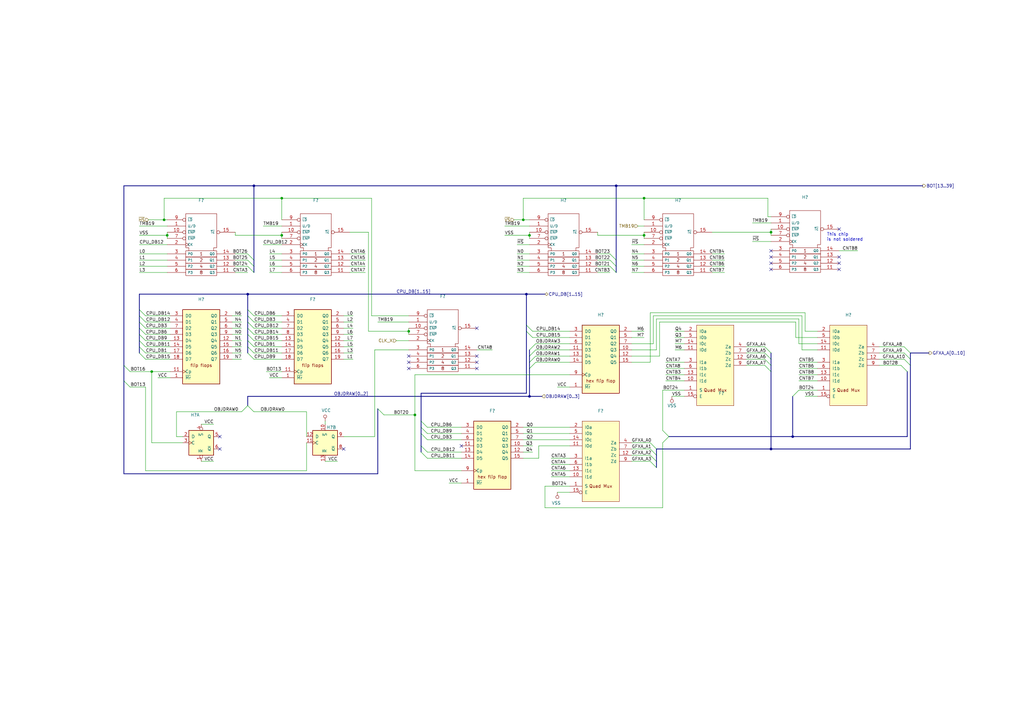
<source format=kicad_sch>
(kicad_sch (version 20211123) (generator eeschema)
  (paper "A3")
  (title_block (date "2022-04-29") (rev "J. Tejada") (company "JOTEGO") (comment 1 "JOTEGO"))
  (lib_symbols
    (symbol "74xx_IEEE:74LS669" (pin_names (offset 0.762))
      (property "Reference" "U" (at 7.62 13.97 0))
      (property "Value" "74xx_IEEE_74LS669" (at 7.62 -13.97 0))
      (symbol "74LS669_0_0"
        (rectangle (start -6.35 -8.89) (end 6.35 -11.43))
        (rectangle (start -6.35 -6.35) (end 6.35 -8.89))
        (rectangle (start -6.35 -3.81) (end 6.35 -6.35))
        (rectangle (start -6.35 -1.27) (end 6.35 -3.81))
        (polyline (pts (xy -5.08 -1.27) (xy -5.08 0) (xy -6.35 0) (xy -6.35 13.97) (xy 6.35 13.97) (xy 6.35 0) (xy 5.08 0) (xy 5.08 -1.27) (xy 5.08 -1.27)))
        (text "1" (at 0 -2.54 0) (effects (font (size 1.27 1.27))))
        (text "2" (at 0 -5.08 0) (effects (font (size 1.27 1.27))))
        (text "4" (at 0 -7.62 0) (effects (font (size 1.27 1.27))))
        (text "8" (at 0 -10.16 0) (effects (font (size 1.27 1.27))))
        (pin power_in line (at 3.81 13.97 270) (length 0) hide (name "VCC") (number "16"))
        (pin power_in line (at 1.27 13.97 270) (length 0) hide (name "GND") (number "8"))
      )
      (symbol "74LS669_1_1"
        (pin input line (at -13.97 8.89 0) (length 7.62) (name "U/D") (number "1"))
        (pin input inverted (at -13.97 6.35 0) (length 7.62) (name "~{ENP}") (number "10"))
        (pin output line (at 13.97 -10.16 180) (length 7.62) (name "Q3") (number "11"))
        (pin output line (at 13.97 -7.62 180) (length 7.62) (name "Q2") (number "12"))
        (pin output line (at 13.97 -5.08 180) (length 7.62) (name "Q1") (number "13"))
        (pin output line (at 13.97 -2.54 180) (length 7.62) (name "Q0") (number "14"))
        (pin output inverted (at 13.97 6.35 180) (length 7.62) (name "~{Tc}") (number "15"))
        (pin input clock (at -13.97 1.27 0) (length 7.62) (name "CK") (number "2"))
        (pin input line (at -13.97 -2.54 0) (length 7.62) (name "P0") (number "3"))
        (pin input line (at -13.97 -5.08 0) (length 7.62) (name "P1") (number "4"))
        (pin input line (at -13.97 -7.62 0) (length 7.62) (name "P2") (number "5"))
        (pin input line (at -13.97 -10.16 0) (length 7.62) (name "P3") (number "6"))
        (pin input inverted (at -13.97 3.81 0) (length 7.62) (name "~{ENP}") (number "7"))
        (pin input inverted (at -13.97 11.43 0) (length 7.62) (name "~{LD}") (number "9"))
      )
    )
    (symbol "jt74:74LS157" (pin_names (offset 1.016))
      (property "Reference" "U" (at 5.08 12.7 0))
      (property "Value" "jt74_74LS157" (at 0 -16.51 0))
      (symbol "74LS157_0_0"
        (text "Quad Mux" (at 0 -11.43 0) (effects (font (size 1.27 1.27))))
      )
      (symbol "74LS157_1_0"
        (pin input line (at -12.7 -11.43 0) (length 5.08) (name "S") (number "1"))
        (pin input line (at -12.7 -7.62 0) (length 5.08) (name "I1d") (number "10"))
        (pin input line (at -12.7 5.08 0) (length 5.08) (name "I0d") (number "11"))
        (pin output line (at 12.7 1.27 180) (length 5.08) (name "Zc") (number "12"))
        (pin input line (at -12.7 -5.08 0) (length 5.08) (name "I1c") (number "13"))
        (pin input line (at -12.7 7.62 0) (length 5.08) (name "I0c") (number "14"))
        (pin input inverted (at -12.7 -13.97 0) (length 5.08) (name "E") (number "15"))
        (pin input line (at -12.7 12.7 0) (length 5.08) (name "I0a") (number "2"))
        (pin input line (at -12.7 0 0) (length 5.08) (name "I1a") (number "3"))
        (pin output line (at 12.7 6.35 180) (length 5.08) (name "Za") (number "4"))
        (pin input line (at -12.7 10.16 0) (length 5.08) (name "I0b") (number "5"))
        (pin input line (at -12.7 -2.54 0) (length 5.08) (name "I1b") (number "6"))
        (pin output line (at 12.7 3.81 180) (length 5.08) (name "Zb") (number "7"))
        (pin output line (at 12.7 -1.27 180) (length 5.08) (name "Zd") (number "9"))
      )
      (symbol "74LS157_1_1"
        (rectangle (start -7.62 15.24) (end 7.62 -17.78) (fill (type background)))
      )
    )
    (symbol "jt74:74LS174" (pin_names (offset 1.016))
      (property "Reference" "U" (at 5.08 -12.7 0))
      (property "Value" "jt74_74LS174" (at 0 -5.08 0))
      (symbol "74LS174_0_0"
        (text "hex flip flop" (at 0 -10.16 0) (effects (font (size 1.27 1.27))))
      )
      (symbol "74LS174_1_0"
        (pin input line (at -12.7 -12.7 0) (length 5.08) (name "~{Mr}") (number "1"))
        (pin output line (at 12.7 2.54 180) (length 5.08) (name "Q3") (number "10"))
        (pin input line (at -12.7 2.54 0) (length 5.08) (name "D3") (number "11"))
        (pin output line (at 12.7 0 180) (length 5.08) (name "Q4") (number "12"))
        (pin input line (at -12.7 0 0) (length 5.08) (name "D4") (number "13"))
        (pin input line (at -12.7 -2.54 0) (length 5.08) (name "D5") (number "14"))
        (pin output line (at 12.7 -2.54 180) (length 5.08) (name "Q5") (number "15"))
        (pin output line (at 12.7 10.16 180) (length 5.08) (name "Q0") (number "2"))
        (pin input line (at -12.7 10.16 0) (length 5.08) (name "D0") (number "3"))
        (pin input line (at -12.7 7.62 0) (length 5.08) (name "D1") (number "4"))
        (pin output line (at 12.7 7.62 180) (length 5.08) (name "Q1") (number "5"))
        (pin input line (at -12.7 5.08 0) (length 5.08) (name "D2") (number "6"))
        (pin output line (at 12.7 5.08 180) (length 5.08) (name "Q2") (number "7"))
        (pin input clock (at -12.7 -7.62 0) (length 5.08) (name "Cp") (number "9"))
      )
      (symbol "74LS174_1_1"
        (rectangle (start -7.62 12.7) (end 7.62 -15.24) (stroke (width 0.254)) (fill (type background)))
      )
    )
    (symbol "jt74:74LS273" (pin_names (offset 1.016))
      (property "Reference" "U" (at 0 2.54 0))
      (property "Value" "jt74_74LS273" (at 2.54 -13.97 0))
      (symbol "74LS273_0_0"
        (text "flip flops" (at 0 -7.62 0) (effects (font (size 1.27 1.27))))
      )
      (symbol "74LS273_1_0"
        (pin input line (at -12.7 -12.7 0) (length 5.08) (name "~{Mr}") (number "1"))
        (pin input clock (at -12.7 -10.16 0) (length 5.08) (name "Cp") (number "11"))
        (pin output line (at 12.7 2.54 180) (length 5.08) (name "Q4") (number "12"))
        (pin input line (at -12.7 2.54 0) (length 5.08) (name "D4") (number "13"))
        (pin input line (at -12.7 0 0) (length 5.08) (name "D5") (number "14"))
        (pin output line (at 12.7 0 180) (length 5.08) (name "Q5") (number "15"))
        (pin output line (at 12.7 -2.54 180) (length 5.08) (name "Q6") (number "16"))
        (pin input line (at -12.7 -2.54 0) (length 5.08) (name "D6") (number "17"))
        (pin input line (at -12.7 -5.08 0) (length 5.08) (name "D7") (number "18"))
        (pin output line (at 12.7 -5.08 180) (length 5.08) (name "Q7") (number "19"))
        (pin output line (at 12.7 12.7 180) (length 5.08) (name "Q0") (number "2"))
        (pin input line (at -12.7 12.7 0) (length 5.08) (name "D0") (number "3"))
        (pin input line (at -12.7 10.16 0) (length 5.08) (name "D1") (number "4"))
        (pin output line (at 12.7 10.16 180) (length 5.08) (name "Q1") (number "5"))
        (pin output line (at 12.7 7.62 180) (length 5.08) (name "Q2") (number "6"))
        (pin input line (at -12.7 7.62 0) (length 5.08) (name "D2") (number "7"))
        (pin input line (at -12.7 5.08 0) (length 5.08) (name "D3") (number "8"))
        (pin output line (at 12.7 5.08 180) (length 5.08) (name "Q3") (number "9"))
      )
      (symbol "74LS273_1_1"
        (rectangle (start -7.62 15.24) (end 7.62 -15.24) (stroke (width 0.254)) (fill (type background)))
      )
    )
    (symbol "jt74:74LS74" (pin_names (offset 1.016))
      (property "Reference" "U" (at -7.62 8.89 0))
      (property "Value" "jt74_74LS74" (at -7.62 -8.89 0))
      (symbol "74LS74_1_0"
        (pin input inverted (at 0 -7.62 90) (length 2.54) (name "~{R}") (number "1"))
        (pin input line (at -7.62 2.54 0) (length 2.54) (name "D") (number "2"))
        (pin input clock (at -7.62 0 0) (length 2.54) (name "C") (number "3"))
        (pin input inverted (at 0 7.62 270) (length 2.54) (name "~{S}") (number "4"))
        (pin output line (at 7.62 2.54 180) (length 2.54) (name "Q") (number "5"))
        (pin output line (at 7.62 -2.54 180) (length 2.54) (name "~{Q}") (number "6"))
      )
      (symbol "74LS74_1_1"
        (rectangle (start -5.08 5.08) (end 5.08 -5.08) (stroke (width 0.254)) (fill (type background)))
      )
      (symbol "74LS74_2_0"
        (pin input clock (at -7.62 0 0) (length 2.54) (name "C") (number "11"))
        (pin input line (at -7.62 2.54 0) (length 2.54) (name "D") (number "12"))
        (pin input line (at 0 -7.62 90) (length 2.54) (name "~{R}") (number "13"))
        (pin output line (at 7.62 -2.54 180) (length 2.54) (name "~{Q}") (number "8"))
        (pin output line (at 7.62 2.54 180) (length 2.54) (name "Q") (number "9"))
      )
      (symbol "74LS74_2_1"
        (rectangle (start -5.08 5.08) (end 5.08 -5.08) (stroke (width 0.254)) (fill (type background)))
        (pin input line (at 0 7.62 270) (length 2.54) (name "~{S}") (number "10"))
      )
      (symbol "74LS74_3_0"
        (pin input line (at 0 10.16 270) (length 2.54) hide (name "VCC") (number "14"))
        (pin input line (at 0 -10.16 90) (length 2.54) hide (name "GND") (number "7"))
      )
      (symbol "74LS74_3_1"
        (rectangle (start -5.08 7.62) (end 5.08 -7.62) (stroke (width 0.254)) (fill (type background)))
      )
    )
    (symbol "power:VCC" (power) (pin_names (offset 0))
      (property "Value" "power_VCC" (at 0 3.81 0))
      (symbol "VCC_0_1"
        (polyline (pts (xy 0 0) (xy 0 1.27)))
        (circle (center 0 1.905) (radius 0.635))
      )
      (symbol "VCC_1_1"
        (pin power_in line (at 0 0 90) (length 0) hide (name "VCC") (number "1"))
      )
    )
    (symbol "power:VSS" (power) (pin_names (offset 0))
      (property "Value" "power_VSS" (at 0 3.81 0))
      (symbol "VSS_0_1"
        (polyline (pts (xy 0 0) (xy 0 1.27)))
        (circle (center 0 1.905) (radius 0.635))
      )
      (symbol "VSS_1_1"
        (pin power_in line (at 0 0 90) (length 0) hide (name "VSS") (number "1"))
      )
    )
  )
  (junction (at 115.57 81.28))
  (junction (at 215.9 120.65))
  (junction (at 217.17 162.56))
  (junction (at 217.17 96.52))
  (junction (at 104.14 76.2))
  (junction (at 264.16 81.28))
  (junction (at 252.73 76.2))
  (junction (at 316.23 95.25))
  (junction (at 115.57 96.52))
  (junction (at 214.63 90.17))
  (junction (at 264.16 96.52))
  (junction (at 167.64 135.89))
  (junction (at 325.12 179.07))
  (junction (at 316.23 184.15))
  (junction (at 101.6 120.65))
  (junction (at 170.18 170.18))
  (junction (at 68.58 96.52))
  (junction (at 67.31 90.17))
  (junction (at 62.23 152.4))
  (no_connect (at 316.23 110.49))
  (no_connect (at 195.58 146.05))
  (no_connect (at 316.23 102.87))
  (no_connect (at 167.64 146.05))
  (no_connect (at 90.17 184.15))
  (no_connect (at 344.17 107.95))
  (no_connect (at 316.23 107.95))
  (no_connect (at 189.23 182.88))
  (no_connect (at 344.17 110.49))
  (no_connect (at 167.64 151.13))
  (no_connect (at 195.58 134.62))
  (no_connect (at 167.64 148.59))
  (no_connect (at 344.17 105.41))
  (no_connect (at 195.58 151.13))
  (no_connect (at 316.23 105.41))
  (no_connect (at 140.97 184.15))
  (no_connect (at 195.58 148.59))
  (no_connect (at 90.17 179.07))
  (no_connect (at 344.17 93.98))
  (bus_entry (at 101.6 134.62) (size 2.54 2.54))
  (bus_entry (at 101.6 132.08) (size 2.54 2.54))
  (bus_entry (at 370.84 144.78) (size 2.54 2.54))
  (bus_entry (at 217.17 151.13) (size 2.54 -2.54))
  (bus_entry (at 325.12 162.56) (size 2.54 -2.54))
  (bus_entry (at 217.17 148.59) (size 2.54 -2.54))
  (bus_entry (at 313.69 149.86) (size 2.54 2.54))
  (bus_entry (at 99.06 168.91) (size 2.54 -2.54))
  (bus_entry (at 172.72 185.42) (size 2.54 2.54))
  (bus_entry (at 217.17 143.51) (size 2.54 -2.54))
  (bus_entry (at 154.94 167.64) (size 2.54 2.54))
  (bus_entry (at 217.17 146.05) (size 2.54 -2.54))
  (bus_entry (at 266.7 181.61) (size 2.54 2.54))
  (bus_entry (at 50.8 149.86) (size 2.54 2.54))
  (bus_entry (at 57.15 132.08) (size 2.54 2.54))
  (bus_entry (at 101.6 129.54) (size 2.54 2.54))
  (bus_entry (at 271.78 176.53) (size 2.54 2.54))
  (bus_entry (at 250.19 106.68) (size 2.54 2.54))
  (bus_entry (at 313.69 147.32) (size 2.54 2.54))
  (bus_entry (at 172.72 172.72) (size 2.54 2.54))
  (bus_entry (at 101.6 166.37) (size 2.54 2.54))
  (bus_entry (at 172.72 182.88) (size 2.54 2.54))
  (bus_entry (at 57.15 142.24) (size 2.54 2.54))
  (bus_entry (at 266.7 189.23) (size 2.54 2.54))
  (bus_entry (at 215.9 133.35) (size 2.54 2.54))
  (bus_entry (at 250.19 109.22) (size 2.54 2.54))
  (bus_entry (at 57.15 129.54) (size 2.54 2.54))
  (bus_entry (at 313.69 144.78) (size 2.54 2.54))
  (bus_entry (at 370.84 147.32) (size 2.54 2.54))
  (bus_entry (at 57.15 139.7) (size 2.54 2.54))
  (bus_entry (at 266.7 186.69) (size 2.54 2.54))
  (bus_entry (at 101.6 144.78) (size 2.54 2.54))
  (bus_entry (at 369.57 149.86) (size 2.54 2.54))
  (bus_entry (at 172.72 177.8) (size 2.54 2.54))
  (bus_entry (at 50.8 156.21) (size 2.54 2.54))
  (bus_entry (at 172.72 175.26) (size 2.54 2.54))
  (bus_entry (at 101.6 139.7) (size 2.54 2.54))
  (bus_entry (at 101.6 106.68) (size 2.54 2.54))
  (bus_entry (at 266.7 184.15) (size 2.54 2.54))
  (bus_entry (at 57.15 144.78) (size 2.54 2.54))
  (bus_entry (at 215.9 135.89) (size 2.54 2.54))
  (bus_entry (at 57.15 137.16) (size 2.54 2.54))
  (bus_entry (at 250.19 104.14) (size 2.54 2.54))
  (bus_entry (at 271.78 181.61) (size 2.54 -2.54))
  (bus_entry (at 57.15 134.62) (size 2.54 2.54))
  (bus_entry (at 370.84 142.24) (size 2.54 2.54))
  (bus_entry (at 101.6 137.16) (size 2.54 2.54))
  (bus_entry (at 101.6 109.22) (size 2.54 2.54))
  (bus_entry (at 101.6 127) (size 2.54 2.54))
  (bus_entry (at 101.6 142.24) (size 2.54 2.54))
  (bus_entry (at 313.69 142.24) (size 2.54 2.54))
  (bus_entry (at 101.6 104.14) (size 2.54 2.54))
  (bus_entry (at 57.15 127) (size 2.54 2.54))
  (wire (pts (xy 245.11 104.14) (xy 250.19 104.14)))
  (wire (pts (xy 109.22 152.4) (xy 115.57 152.4)))
  (wire (pts (xy 313.69 149.86) (xy 306.07 149.86)))
  (wire (pts (xy 60.96 90.17) (xy 67.31 90.17)))
  (wire (pts (xy 250.19 111.76) (xy 245.11 111.76)))
  (wire (pts (xy 259.08 140.97) (xy 267.97 140.97)))
  (wire (pts (xy 144.78 134.62) (xy 140.97 134.62)))
  (bus (pts (xy 50.8 194.31) (xy 154.94 194.31)))
  (bus (pts (xy 316.23 147.32) (xy 316.23 149.86)))
  (bus (pts (xy 101.6 137.16) (xy 101.6 139.7)))
  (wire (pts (xy 140.97 179.07) (xy 153.67 179.07)))
  (wire (pts (xy 115.57 95.25) (xy 115.57 96.52)))
  (wire (pts (xy 110.49 111.76) (xy 115.57 111.76)))
  (bus (pts (xy 215.9 120.65) (xy 223.52 120.65)))
  (wire (pts (xy 99.06 129.54) (xy 95.25 129.54)))
  (bus (pts (xy 172.72 175.26) (xy 172.72 177.8)))
  (wire (pts (xy 170.18 170.18) (xy 170.18 153.67)))
  (wire (pts (xy 217.17 90.17) (xy 214.63 90.17)))
  (bus (pts (xy 215.9 135.89) (xy 215.9 161.29)))
  (wire (pts (xy 233.68 180.34) (xy 214.63 180.34)))
  (bus (pts (xy 50.8 149.86) (xy 50.8 156.21)))
  (wire (pts (xy 96.52 104.14) (xy 101.6 104.14)))
  (bus (pts (xy 222.25 162.56) (xy 217.17 162.56)))
  (wire (pts (xy 217.17 106.68) (xy 212.09 106.68)))
  (wire (pts (xy 175.26 175.26) (xy 189.23 175.26)))
  (wire (pts (xy 266.7 181.61) (xy 259.08 181.61)))
  (bus (pts (xy 269.24 189.23) (xy 269.24 191.77)))
  (bus (pts (xy 316.23 149.86) (xy 316.23 152.4)))
  (wire (pts (xy 115.57 104.14) (xy 110.49 104.14)))
  (wire (pts (xy 167.64 137.16) (xy 167.64 135.89)))
  (wire (pts (xy 269.24 143.51) (xy 269.24 130.81)))
  (wire (pts (xy 69.85 154.94) (xy 64.77 154.94)))
  (wire (pts (xy 313.69 142.24) (xy 306.07 142.24)))
  (wire (pts (xy 162.56 139.7) (xy 167.64 139.7)))
  (wire (pts (xy 220.98 187.96) (xy 220.98 182.88)))
  (bus (pts (xy 101.6 129.54) (xy 101.6 132.08)))
  (wire (pts (xy 153.67 179.07) (xy 153.67 143.51)))
  (wire (pts (xy 110.49 109.22) (xy 115.57 109.22)))
  (bus (pts (xy 57.15 139.7) (xy 57.15 142.24)))
  (wire (pts (xy 233.68 158.75) (xy 228.6 158.75)))
  (wire (pts (xy 195.58 143.51) (xy 201.93 143.51)))
  (bus (pts (xy 50.8 76.2) (xy 104.14 76.2)))
  (wire (pts (xy 104.14 168.91) (xy 125.73 168.91)))
  (wire (pts (xy 264.16 95.25) (xy 264.16 96.52)))
  (wire (pts (xy 316.23 99.06) (xy 308.61 99.06)))
  (wire (pts (xy 96.52 95.25) (xy 96.52 96.52)))
  (wire (pts (xy 214.63 185.42) (xy 218.44 185.42)))
  (bus (pts (xy 101.6 120.65) (xy 215.9 120.65)))
  (wire (pts (xy 269.24 130.81) (xy 327.66 130.81)))
  (bus (pts (xy 325.12 162.56) (xy 325.12 179.07)))
  (wire (pts (xy 259.08 143.51) (xy 269.24 143.51)))
  (wire (pts (xy 214.63 187.96) (xy 220.98 187.96)))
  (bus (pts (xy 101.6 166.37) (xy 101.6 162.56)))
  (wire (pts (xy 115.57 81.28) (xy 152.4 81.28)))
  (wire (pts (xy 217.17 96.52) (xy 217.17 95.25)))
  (wire (pts (xy 104.14 137.16) (xy 115.57 137.16)))
  (wire (pts (xy 57.15 92.71) (xy 68.58 92.71)))
  (bus (pts (xy 172.72 161.29) (xy 215.9 161.29)))
  (bus (pts (xy 274.32 179.07) (xy 325.12 179.07)))
  (wire (pts (xy 280.67 153.67) (xy 273.05 153.67)))
  (bus (pts (xy 252.73 76.2) (xy 378.46 76.2)))
  (wire (pts (xy 59.69 139.7) (xy 69.85 139.7)))
  (wire (pts (xy 144.78 144.78) (xy 140.97 144.78)))
  (wire (pts (xy 207.01 92.71) (xy 217.17 92.71)))
  (bus (pts (xy 104.14 76.2) (xy 252.73 76.2)))
  (bus (pts (xy 101.6 162.56) (xy 217.17 162.56)))
  (bus (pts (xy 57.15 132.08) (xy 57.15 134.62)))
  (wire (pts (xy 143.51 95.25) (xy 151.13 95.25)))
  (wire (pts (xy 308.61 91.44) (xy 316.23 91.44)))
  (bus (pts (xy 101.6 127) (xy 101.6 129.54)))
  (wire (pts (xy 207.01 96.52) (xy 217.17 96.52)))
  (wire (pts (xy 87.63 189.23) (xy 82.55 189.23)))
  (wire (pts (xy 328.93 129.54) (xy 328.93 143.51)))
  (wire (pts (xy 57.15 96.52) (xy 68.58 96.52)))
  (wire (pts (xy 104.14 147.32) (xy 115.57 147.32)))
  (wire (pts (xy 67.31 81.28) (xy 115.57 81.28)))
  (bus (pts (xy 101.6 134.62) (xy 101.6 137.16)))
  (wire (pts (xy 313.69 147.32) (xy 306.07 147.32)))
  (wire (pts (xy 144.78 129.54) (xy 140.97 129.54)))
  (wire (pts (xy 175.26 185.42) (xy 189.23 185.42)))
  (bus (pts (xy 217.17 146.05) (xy 217.17 148.59)))
  (wire (pts (xy 189.23 193.04) (xy 170.18 193.04)))
  (wire (pts (xy 264.16 96.52) (xy 264.16 97.79)))
  (wire (pts (xy 104.14 132.08) (xy 115.57 132.08)))
  (wire (pts (xy 99.06 132.08) (xy 95.25 132.08)))
  (wire (pts (xy 280.67 135.89) (xy 276.86 135.89)))
  (wire (pts (xy 175.26 180.34) (xy 189.23 180.34)))
  (wire (pts (xy 214.63 81.28) (xy 264.16 81.28)))
  (wire (pts (xy 57.15 100.33) (xy 68.58 100.33)))
  (wire (pts (xy 297.18 111.76) (xy 292.1 111.76)))
  (wire (pts (xy 330.2 128.27) (xy 330.2 135.89)))
  (wire (pts (xy 233.68 187.96) (xy 226.06 187.96)))
  (wire (pts (xy 68.58 104.14) (xy 57.15 104.14)))
  (wire (pts (xy 335.28 153.67) (xy 327.66 153.67)))
  (bus (pts (xy 57.15 120.65) (xy 57.15 127)))
  (wire (pts (xy 212.09 111.76) (xy 217.17 111.76)))
  (wire (pts (xy 259.08 146.05) (xy 270.51 146.05)))
  (wire (pts (xy 59.69 129.54) (xy 69.85 129.54)))
  (wire (pts (xy 245.11 95.25) (xy 245.11 96.52)))
  (wire (pts (xy 316.23 95.25) (xy 316.23 93.98)))
  (wire (pts (xy 170.18 193.04) (xy 170.18 170.18)))
  (wire (pts (xy 167.64 135.89) (xy 167.64 134.62)))
  (wire (pts (xy 280.67 140.97) (xy 276.86 140.97)))
  (wire (pts (xy 125.73 193.04) (xy 59.69 193.04)))
  (wire (pts (xy 266.7 128.27) (xy 330.2 128.27)))
  (bus (pts (xy 50.8 76.2) (xy 50.8 149.86)))
  (wire (pts (xy 68.58 96.52) (xy 68.58 95.25)))
  (wire (pts (xy 264.16 100.33) (xy 259.08 100.33)))
  (bus (pts (xy 269.24 184.15) (xy 269.24 186.69)))
  (wire (pts (xy 369.57 149.86) (xy 360.68 149.86)))
  (bus (pts (xy 57.15 129.54) (xy 57.15 132.08)))
  (wire (pts (xy 270.51 132.08) (xy 270.51 146.05)))
  (wire (pts (xy 143.51 104.14) (xy 149.86 104.14)))
  (wire (pts (xy 292.1 95.25) (xy 316.23 95.25)))
  (wire (pts (xy 214.63 175.26) (xy 233.68 175.26)))
  (wire (pts (xy 143.51 109.22) (xy 149.86 109.22)))
  (wire (pts (xy 264.16 104.14) (xy 259.08 104.14)))
  (wire (pts (xy 67.31 90.17) (xy 67.31 81.28)))
  (wire (pts (xy 68.58 97.79) (xy 68.58 96.52)))
  (wire (pts (xy 217.17 104.14) (xy 212.09 104.14)))
  (wire (pts (xy 276.86 143.51) (xy 280.67 143.51)))
  (bus (pts (xy 104.14 109.22) (xy 104.14 111.76)))
  (wire (pts (xy 144.78 147.32) (xy 140.97 147.32)))
  (wire (pts (xy 104.14 139.7) (xy 115.57 139.7)))
  (bus (pts (xy 154.94 167.64) (xy 154.94 194.31)))
  (wire (pts (xy 250.19 106.68) (xy 245.11 106.68)))
  (bus (pts (xy 373.38 144.78) (xy 381 144.78)))
  (wire (pts (xy 344.17 102.87) (xy 351.79 102.87)))
  (wire (pts (xy 266.7 186.69) (xy 259.08 186.69)))
  (wire (pts (xy 326.39 132.08) (xy 326.39 138.43)))
  (wire (pts (xy 233.68 201.93) (xy 228.6 201.93)))
  (wire (pts (xy 107.95 92.71) (xy 115.57 92.71)))
  (wire (pts (xy 316.23 96.52) (xy 316.23 95.25)))
  (wire (pts (xy 271.78 160.02) (xy 280.67 160.02)))
  (bus (pts (xy 373.38 149.86) (xy 373.38 184.15)))
  (bus (pts (xy 104.14 76.2) (xy 104.14 106.68)))
  (wire (pts (xy 280.67 156.21) (xy 273.05 156.21)))
  (bus (pts (xy 101.6 120.65) (xy 101.6 127)))
  (wire (pts (xy 259.08 148.59) (xy 266.7 148.59)))
  (wire (pts (xy 264.16 138.43) (xy 259.08 138.43)))
  (wire (pts (xy 72.39 168.91) (xy 72.39 179.07)))
  (wire (pts (xy 62.23 181.61) (xy 74.93 181.61)))
  (wire (pts (xy 143.51 106.68) (xy 149.86 106.68)))
  (wire (pts (xy 370.84 147.32) (xy 360.68 147.32)))
  (wire (pts (xy 99.06 139.7) (xy 95.25 139.7)))
  (wire (pts (xy 57.15 109.22) (xy 68.58 109.22)))
  (wire (pts (xy 292.1 104.14) (xy 297.18 104.14)))
  (bus (pts (xy 215.9 133.35) (xy 215.9 135.89)))
  (wire (pts (xy 214.63 90.17) (xy 210.82 90.17)))
  (wire (pts (xy 107.95 100.33) (xy 115.57 100.33)))
  (wire (pts (xy 267.97 140.97) (xy 267.97 129.54)))
  (wire (pts (xy 313.69 144.78) (xy 306.07 144.78)))
  (wire (pts (xy 259.08 135.89) (xy 264.16 135.89)))
  (wire (pts (xy 99.06 147.32) (xy 95.25 147.32)))
  (wire (pts (xy 104.14 129.54) (xy 115.57 129.54)))
  (wire (pts (xy 219.71 148.59) (xy 233.68 148.59)))
  (wire (pts (xy 115.57 96.52) (xy 115.57 97.79)))
  (bus (pts (xy 172.72 161.29) (xy 172.72 172.72)))
  (wire (pts (xy 59.69 158.75) (xy 53.34 158.75)))
  (wire (pts (xy 280.67 151.13) (xy 273.05 151.13)))
  (bus (pts (xy 269.24 186.69) (xy 269.24 189.23)))
  (wire (pts (xy 175.26 177.8) (xy 189.23 177.8)))
  (wire (pts (xy 335.28 148.59) (xy 327.66 148.59)))
  (wire (pts (xy 280.67 148.59) (xy 273.05 148.59)))
  (wire (pts (xy 68.58 90.17) (xy 67.31 90.17)))
  (wire (pts (xy 59.69 132.08) (xy 69.85 132.08)))
  (wire (pts (xy 68.58 106.68) (xy 57.15 106.68)))
  (wire (pts (xy 59.69 193.04) (xy 59.69 158.75)))
  (wire (pts (xy 370.84 142.24) (xy 360.68 142.24)))
  (bus (pts (xy 172.72 182.88) (xy 172.72 185.42)))
  (wire (pts (xy 59.69 144.78) (xy 69.85 144.78)))
  (wire (pts (xy 233.68 193.04) (xy 226.06 193.04)))
  (wire (pts (xy 69.85 152.4) (xy 62.23 152.4)))
  (wire (pts (xy 82.55 173.99) (xy 87.63 173.99)))
  (wire (pts (xy 264.16 81.28) (xy 264.16 90.17)))
  (wire (pts (xy 245.11 96.52) (xy 264.16 96.52)))
  (bus (pts (xy 373.38 147.32) (xy 373.38 149.86)))
  (wire (pts (xy 233.68 195.58) (xy 226.06 195.58)))
  (wire (pts (xy 104.14 134.62) (xy 115.57 134.62)))
  (bus (pts (xy 252.73 106.68) (xy 252.73 109.22)))
  (wire (pts (xy 280.67 162.56) (xy 275.59 162.56)))
  (wire (pts (xy 189.23 198.12) (xy 184.15 198.12)))
  (bus (pts (xy 172.72 172.72) (xy 172.72 175.26)))
  (wire (pts (xy 214.63 90.17) (xy 214.63 81.28)))
  (wire (pts (xy 335.28 156.21) (xy 327.66 156.21)))
  (bus (pts (xy 57.15 127) (xy 57.15 129.54)))
  (wire (pts (xy 220.98 182.88) (xy 233.68 182.88)))
  (wire (pts (xy 266.7 148.59) (xy 266.7 128.27)))
  (wire (pts (xy 259.08 109.22) (xy 264.16 109.22)))
  (wire (pts (xy 144.78 142.24) (xy 140.97 142.24)))
  (wire (pts (xy 327.66 130.81) (xy 327.66 140.97)))
  (bus (pts (xy 373.38 144.78) (xy 373.38 147.32)))
  (wire (pts (xy 276.86 138.43) (xy 280.67 138.43)))
  (wire (pts (xy 151.13 95.25) (xy 151.13 135.89)))
  (bus (pts (xy 372.11 179.07) (xy 325.12 179.07)))
  (wire (pts (xy 175.26 187.96) (xy 189.23 187.96)))
  (wire (pts (xy 327.66 140.97) (xy 335.28 140.97)))
  (wire (pts (xy 264.16 81.28) (xy 314.96 81.28)))
  (wire (pts (xy 259.08 111.76) (xy 264.16 111.76)))
  (bus (pts (xy 372.11 152.4) (xy 372.11 179.07)))
  (wire (pts (xy 219.71 140.97) (xy 233.68 140.97)))
  (wire (pts (xy 144.78 137.16) (xy 140.97 137.16)))
  (bus (pts (xy 101.6 132.08) (xy 101.6 134.62)))
  (wire (pts (xy 218.44 138.43) (xy 233.68 138.43)))
  (wire (pts (xy 370.84 144.78) (xy 360.68 144.78)))
  (wire (pts (xy 217.17 97.79) (xy 217.17 96.52)))
  (wire (pts (xy 125.73 179.07) (xy 125.73 168.91)))
  (bus (pts (xy 373.38 184.15) (xy 316.23 184.15)))
  (wire (pts (xy 217.17 100.33) (xy 212.09 100.33)))
  (wire (pts (xy 157.48 170.18) (xy 170.18 170.18)))
  (bus (pts (xy 104.14 106.68) (xy 104.14 109.22)))
  (wire (pts (xy 96.52 96.52) (xy 115.57 96.52)))
  (wire (pts (xy 72.39 168.91) (xy 99.06 168.91)))
  (wire (pts (xy 152.4 129.54) (xy 167.64 129.54)))
  (wire (pts (xy 72.39 179.07) (xy 74.93 179.07)))
  (wire (pts (xy 264.16 92.71) (xy 261.62 92.71)))
  (wire (pts (xy 167.64 135.89) (xy 151.13 135.89)))
  (bus (pts (xy 217.17 151.13) (xy 217.17 162.56)))
  (wire (pts (xy 218.44 135.89) (xy 233.68 135.89)))
  (wire (pts (xy 99.06 144.78) (xy 95.25 144.78)))
  (wire (pts (xy 101.6 111.76) (xy 96.52 111.76)))
  (wire (pts (xy 104.14 144.78) (xy 115.57 144.78)))
  (wire (pts (xy 219.71 146.05) (xy 233.68 146.05)))
  (wire (pts (xy 144.78 139.7) (xy 140.97 139.7)))
  (bus (pts (xy 57.15 120.65) (xy 101.6 120.65)))
  (wire (pts (xy 99.06 137.16) (xy 95.25 137.16)))
  (bus (pts (xy 57.15 142.24) (xy 57.15 144.78)))
  (wire (pts (xy 314.96 88.9) (xy 316.23 88.9)))
  (wire (pts (xy 154.94 132.08) (xy 167.64 132.08)))
  (wire (pts (xy 59.69 134.62) (xy 69.85 134.62)))
  (wire (pts (xy 223.52 199.39) (xy 233.68 199.39)))
  (wire (pts (xy 264.16 106.68) (xy 259.08 106.68)))
  (bus (pts (xy 215.9 120.65) (xy 215.9 133.35)))
  (wire (pts (xy 223.52 208.28) (xy 223.52 199.39)))
  (wire (pts (xy 115.57 154.94) (xy 110.49 154.94)))
  (wire (pts (xy 101.6 106.68) (xy 96.52 106.68)))
  (wire (pts (xy 57.15 111.76) (xy 68.58 111.76)))
  (wire (pts (xy 144.78 132.08) (xy 140.97 132.08)))
  (wire (pts (xy 212.09 109.22) (xy 217.17 109.22)))
  (wire (pts (xy 62.23 152.4) (xy 53.34 152.4)))
  (wire (pts (xy 233.68 190.5) (xy 226.06 190.5)))
  (wire (pts (xy 266.7 184.15) (xy 259.08 184.15)))
  (bus (pts (xy 101.6 142.24) (xy 101.6 144.78)))
  (bus (pts (xy 252.73 76.2) (xy 252.73 106.68)))
  (wire (pts (xy 330.2 135.89) (xy 335.28 135.89)))
  (wire (pts (xy 297.18 106.68) (xy 292.1 106.68)))
  (wire (pts (xy 327.66 160.02) (xy 335.28 160.02)))
  (wire (pts (xy 271.78 208.28) (xy 223.52 208.28)))
  (bus (pts (xy 316.23 144.78) (xy 316.23 147.32)))
  (bus (pts (xy 316.23 152.4) (xy 316.23 184.15)))
  (wire (pts (xy 59.69 137.16) (xy 69.85 137.16)))
  (wire (pts (xy 292.1 109.22) (xy 297.18 109.22)))
  (wire (pts (xy 326.39 138.43) (xy 335.28 138.43)))
  (bus (pts (xy 101.6 139.7) (xy 101.6 142.24)))
  (wire (pts (xy 314.96 81.28) (xy 314.96 88.9)))
  (wire (pts (xy 335.28 151.13) (xy 327.66 151.13)))
  (wire (pts (xy 62.23 152.4) (xy 62.23 181.61)))
  (wire (pts (xy 266.7 189.23) (xy 259.08 189.23)))
  (bus (pts (xy 57.15 137.16) (xy 57.15 139.7)))
  (wire (pts (xy 170.18 153.67) (xy 233.68 153.67)))
  (bus (pts (xy 269.24 184.15) (xy 316.23 184.15)))
  (wire (pts (xy 99.06 134.62) (xy 95.25 134.62)))
  (wire (pts (xy 153.67 143.51) (xy 167.64 143.51)))
  (bus (pts (xy 57.15 134.62) (xy 57.15 137.16)))
  (wire (pts (xy 115.57 106.68) (xy 110.49 106.68)))
  (wire (pts (xy 152.4 81.28) (xy 152.4 129.54)))
  (wire (pts (xy 115.57 81.28) (xy 115.57 90.17)))
  (bus (pts (xy 217.17 148.59) (xy 217.17 151.13)))
  (wire (pts (xy 271.78 181.61) (xy 271.78 208.28)))
  (wire (pts (xy 99.06 142.24) (xy 95.25 142.24)))
  (wire (pts (xy 96.52 109.22) (xy 101.6 109.22)))
  (wire (pts (xy 214.63 182.88) (xy 218.44 182.88)))
  (wire (pts (xy 233.68 177.8) (xy 214.63 177.8)))
  (wire (pts (xy 335.28 162.56) (xy 330.2 162.56)))
  (wire (pts (xy 245.11 109.22) (xy 250.19 109.22)))
  (wire (pts (xy 59.69 147.32) (xy 69.85 147.32)))
  (wire (pts (xy 328.93 143.51) (xy 335.28 143.51)))
  (bus (pts (xy 217.17 143.51) (xy 217.17 146.05)))
  (wire (pts (xy 271.78 160.02) (xy 271.78 176.53)))
  (wire (pts (xy 143.51 111.76) (xy 149.86 111.76)))
  (wire (pts (xy 104.14 142.24) (xy 115.57 142.24)))
  (wire (pts (xy 59.69 142.24) (xy 69.85 142.24)))
  (wire (pts (xy 219.71 143.51) (xy 233.68 143.51)))
  (bus (pts (xy 252.73 109.22) (xy 252.73 111.76)))
  (wire (pts (xy 133.35 189.23) (xy 138.43 189.23)))
  (bus (pts (xy 50.8 156.21) (xy 50.8 194.31)))
  (wire (pts (xy 133.35 172.72) (xy 133.35 173.99)))
  (bus (pts (xy 172.72 177.8) (xy 172.72 182.88)))
  (wire (pts (xy 267.97 129.54) (xy 328.93 129.54)))
  (wire (pts (xy 270.51 132.08) (xy 326.39 132.08)))
  (wire (pts (xy 125.73 181.61) (xy 125.73 193.04)))
  (text "This chip\nis not soldered" (at 339.09 99.06 0) (effects (font (size 1.27 1.27)) (justify left bottom)))
  (label "N2" (at 212.09 109.22 0))
  (label "CPU_DB14" (at 229.87 135.89 180))
  (label "OBJDRAW1" (at 229.87 146.05 180))
  (label "VCC" (at 87.63 189.23 180))
  (label "BOT24" (at 232.41 199.39 180))
  (label "CNTB4" (at 273.05 156.21 0))
  (label "L6" (at 144.78 137.16 180))
  (label "CPU_DB11" (at 186.69 187.96 180))
  (label "CPU_DB3" (at 68.58 134.62 180))
  (label "GFXA_A1" (at 259.08 184.15 0))
  (label "Q4" (at 218.44 185.42 180))
  (label "M7" (at 264.16 138.43 180))
  (label "CNTA5" (at 226.06 195.58 0))
  (label "CNTA7" (at 273.05 148.59 0))
  (label "L1" (at 57.15 106.68 0))
  (label "GFXA_A2" (at 259.08 186.69 0))
  (label "L2" (at 57.15 109.22 0))
  (label "CPU_DB14" (at 114.3 137.16 180))
  (label "L0" (at 144.78 129.54 180))
  (label "L6" (at 110.49 109.22 0))
  (label "BOT24" (at 278.13 160.02 180))
  (label "CPU_DB11" (at 114.3 144.78 180))
  (label "CNTA6" (at 149.86 104.14 180))
  (label "BOT22" (at 250.19 106.68 180))
  (label "L3" (at 57.15 111.76 0))
  (label "L1" (at 144.78 147.32 180))
  (label "Q3" (at 218.44 182.88 180))
  (label "CPU_DB1" (at 68.58 144.78 180))
  (label "N4" (at 259.08 104.14 0))
  (label "CPU_DB15" (at 229.87 138.43 180))
  (label "N1" (at 212.09 106.68 0))
  (label "TMB19" (at 154.94 132.08 0))
  (label "OBJDRAW3" (at 229.87 140.97 180))
  (label "L0" (at 57.15 104.14 0))
  (label "CPU_DB6" (at 185.42 175.26 180))
  (label "~{HS}" (at 259.08 100.33 0))
  (label "Q4" (at 276.86 135.89 0))
  (label "VCC" (at 110.49 154.94 0))
  (label "N5" (at 259.08 106.68 0))
  (label "N7" (at 99.06 147.32 180))
  (label "GFXA_A4" (at 306.07 142.24 0))
  (label "CPU_DB[1..15]" (at 162.56 120.65 0))
  (label "CNTA4" (at 226.06 190.5 0))
  (label "CNTB8" (at 351.79 102.87 180))
  (label "N2" (at 99.06 134.62 180))
  (label "L7" (at 110.49 111.76 0))
  (label "BOT20" (at 167.64 170.18 180))
  (label "CPU_DB12" (at 186.69 185.42 180))
  (label "~{HS}" (at 308.61 99.06 0))
  (label "CNTB3" (at 250.19 111.76 180))
  (label "N0" (at 99.06 137.16 180))
  (label "CPU_DB1" (at 113.03 142.24 180))
  (label "BOT25" (at 101.6 106.68 180))
  (label "CPU_DB11" (at 69.85 142.24 180))
  (label "N6" (at 259.08 109.22 0))
  (label "M6" (at 264.16 135.89 180))
  (label "VCC" (at 184.15 198.12 0))
  (label "N3" (at 212.09 111.76 0))
  (label "VSS" (at 207.01 96.52 0))
  (label "CPU_DB14" (at 69.85 129.54 180))
  (label "CNTB3" (at 273.05 153.67 0))
  (label "OBJDRAW0" (at 116.84 168.91 180))
  (label "CNTA4" (at 149.86 109.22 180))
  (label "N1" (at 99.06 139.7 180))
  (label "L2" (at 144.78 132.08 180))
  (label "VCC" (at 228.6 158.75 0))
  (label "CPU_DB12" (at 69.85 132.08 180))
  (label "M7" (at 276.86 140.97 0))
  (label "CNTA6" (at 226.06 193.04 0))
  (label "N0" (at 212.09 104.14 0))
  (label "CNTB5" (at 297.18 106.68 180))
  (label "GFXA_A3" (at 259.08 189.23 0))
  (label "VSS" (at 330.2 162.56 0))
  (label "CNTA3" (at 226.06 187.96 0))
  (label "N3" (at 99.06 142.24 180))
  (label "Q3" (at 276.86 138.43 0))
  (label "CNTB4" (at 297.18 104.14 180))
  (label "CNTB6" (at 297.18 109.22 180))
  (label "BOT13" (at 59.69 158.75 180))
  (label "VSS" (at 57.15 96.52 0))
  (label "L3" (at 144.78 144.78 180))
  (label "GFXA_A7" (at 306.07 149.86 0))
  (label "L4" (at 144.78 134.62 180))
  (label "CPU_DB3" (at 185.42 180.34 180))
  (label "CNTA7" (at 149.86 111.76 180))
  (label "CPU_DB6" (at 68.58 137.16 180))
  (label "BOT23" (at 250.19 104.14 180))
  (label "GFXA_A0" (at 259.08 181.61 0))
  (label "L4" (at 110.49 104.14 0))
  (label "CNTB7" (at 327.66 156.21 0))
  (label "CNTB6" (at 327.66 151.13 0))
  (label "CPU_DB9" (at 68.58 139.7 180))
  (label "L5" (at 144.78 142.24 180))
  (label "CPU_DB3" (at 113.03 132.08 180))
  (label "CPU_DB12" (at 107.95 100.33 0))
  (label "CNTA3" (at 101.6 111.76 180))
  (label "BOT13" (at 109.22 152.4 0))
  (label "VSS" (at 275.59 162.56 0))
  (label "CPU_DB6" (at 113.03 129.54 180))
  (label "CPU_DB9" (at 113.03 147.32 180))
  (label "OBJDRAW[0..2]" (at 151.13 162.56 180))
  (label "TMB19" (at 107.95 92.71 0))
  (label "BOT16" (at 59.69 152.4 180))
  (label "CNTB5" (at 327.66 148.59 0))
  (label "CNTB8" (at 327.66 153.67 0))
  (label "Q2" (at 215.9 180.34 0))
  (label "CPU_DB15" (at 114.3 139.7 180))
  (label "CNTB7" (at 297.18 111.76 180))
  (label "M6" (at 276.86 143.51 0))
  (label "CPU_DB9" (at 185.42 177.8 180))
  (label "CPU_DB12" (at 57.15 100.33 0))
  (label "TMB19" (at 57.15 92.71 0))
  (label "L5" (at 110.49 106.68 0))
  (label "GFXA_A9" (at 361.95 144.78 0))
  (label "GFXA_A10" (at 361.95 147.32 0))
  (label "BOT21" (at 250.19 109.22 180))
  (label "CNTA8" (at 273.05 151.13 0))
  (label "CNTA5" (at 149.86 106.68 180))
  (label "TMB19" (at 308.61 91.44 0))
  (label "CPU_DB12" (at 114.3 134.62 180))
  (label "VCC" (at 138.43 189.23 180))
  (label "N5" (at 99.06 144.78 180))
  (label "~{HS}" (at 212.09 100.33 0))
  (label "Q1" (at 215.9 177.8 0))
  (label "CPU_DB15" (at 69.85 147.32 180))
  (label "BOT26" (at 101.6 104.14 180))
  (label "GFXA_A8" (at 361.95 142.24 0))
  (label "N6" (at 99.06 129.54 180))
  (label "BOT24" (at 327.66 160.02 0))
  (label "OBJDRAW0" (at 97.79 168.91 180))
  (label "VCC" (at 64.77 154.94 0))
  (label "N7" (at 259.08 111.76 0))
  (label "BOT28" (at 368.3 149.86 180))
  (label "OBJDRAW0" (at 229.87 148.59 180))
  (label "TMB19" (at 207.01 92.71 0))
  (label "BOT24" (at 101.6 109.22 180))
  (label "N4" (at 99.06 132.08 180))
  (label "CNTA8" (at 201.93 143.51 180))
  (label "GFXA_A6" (at 306.07 147.32 0))
  (label "OBJDRAW2" (at 229.87 143.51 180))
  (label "VCC" (at 87.63 173.99 180))
  (label "Q0" (at 215.9 175.26 0))
  (label "GFXA_A5" (at 306.07 144.78 0))
  (label "L7" (at 144.78 139.7 180))
  (hierarchical_label "CLK_X" (shape input) (at 162.56 139.7 180))
  (hierarchical_label "BOT[13..39]" (shape output) (at 378.46 76.2 0))
  (hierarchical_label "TMB19" (shape input) (at 261.62 92.71 180))
  (hierarchical_label "OBJDRAW[0..3]" (shape input) (at 222.25 162.56 0))
  (hierarchical_label "CPU_DB[1..15]" (shape bidirectional) (at 223.52 120.65 0))
  (hierarchical_label "GFXA_A[0..10]" (shape output) (at 381 144.78 0))
  (hierarchical_label "~{VS}" (shape input) (at 210.82 90.17 180))
  (hierarchical_label "~{HS}" (shape input) (at 60.96 90.17 180))
  (symbol (lib_id "jt74:74LS273") (at 82.55 142.24 0) (unit 1)
    (property "Reference" "H?" (at 82.55 122.7582 0))
    (property "Datasheet" "http://www.ti.com/lit/gpn/sn74LS273" (effects hide))
  )
  (symbol (lib_id "jt74:74LS74") (at 133.35 181.61 0) (unit 2)
    (property "Reference" "H?" (at 135.89 175.26 0))
    (property "Datasheet" "74xx/74hc_hct74.pdf" (effects hide))
  )
  (symbol (lib_id "74xx_IEEE:74LS669") (at 181.61 140.97 0) (unit 1)
    (property "Reference" "F?" (at 181.61 121.5136 0))
  )
  (symbol (lib_id "jt74:74LS157") (at 246.38 187.96 0) (unit 1)
    (property "Reference" "F?" (at 246.38 168.529 0))
    (property "Datasheet" "http://www.ti.com/lit/gpn/sn74LS157" (effects hide))
  )
  (symbol (lib_id "jt74:74LS174") (at 201.93 185.42 0) (unit 1)
    (property "Reference" "F?" (at 201.93 168.4782 0))
    (property "Datasheet" "http://www.ti.com/lit/gpn/sn74LS174" (effects hide))
  )
  (symbol (lib_id "74xx_IEEE:74LS669") (at 129.54 101.6 0) (unit 1)
    (property "Reference" "F?" (at 129.54 82.1436 0))
  )
  (symbol (lib_id "74xx_IEEE:74LS669") (at 82.55 101.6 0) (unit 1)
    (property "Reference" "F?" (at 82.55 82.1436 0))
  )
  (symbol (lib_id "74xx_IEEE:74LS669") (at 278.13 101.6 0) (unit 1)
    (property "Reference" "H?" (at 278.13 82.1436 0))
  )
  (symbol (lib_id "74xx_IEEE:74LS669") (at 231.14 101.6 0) (unit 1)
    (property "Reference" "H?" (at 231.14 82.1436 0))
  )
  (symbol (lib_id "74xx_IEEE:74LS669") (at 330.2 100.33 0) (unit 1)
    (property "Reference" "H?" (at 330.2 80.8736 0))
  )
  (symbol (lib_id "jt74:74LS174") (at 246.38 146.05 0) (unit 1)
    (property "Reference" "H?" (at 246.38 129.1082 0))
    (property "Datasheet" "http://www.ti.com/lit/gpn/sn74LS174" (effects hide))
  )
  (symbol (lib_id "jt74:74LS157") (at 293.37 148.59 0) (unit 1)
    (property "Reference" "F?" (at 295.91 161.29 0))
    (property "Datasheet" "http://www.ti.com/lit/gpn/sn74LS157" (effects hide))
  )
  (symbol (lib_id "jt74:74LS157") (at 347.98 148.59 0) (unit 1)
    (property "Reference" "H?" (at 347.98 129.159 0))
    (property "Datasheet" "http://www.ti.com/lit/gpn/sn74LS157" (effects hide))
  )
  (symbol (lib_id "jt74:74LS74") (at 82.55 181.61 0) (unit 1)
    (property "Reference" "H?" (at 80.01 170.18 0))
    (property "Datasheet" "74xx/74hc_hct74.pdf" (effects hide))
  )
  (symbol (lib_id "jt74:74LS273") (at 128.27 142.24 0) (unit 1)
    (property "Reference" "F?" (at 128.27 122.7582 0))
    (property "Datasheet" "http://www.ti.com/lit/gpn/sn74LS273" (effects hide))
  )
  (symbol (lib_id "power:VCC") (at 133.35 172.72 0) (unit 1)
    (property "Reference" "#PWR08" (effects hide))
  )
  (symbol (lib_id "power:VSS") (at 228.6 201.93 180) (unit 1)
    (property "Reference" "#PWR09" (effects hide))
  )
  (symbol (lib_id "power:VSS") (at 275.59 162.56 180) (unit 1)
    (property "Reference" "#PWR0116" (effects hide))
  )
)
</source>
